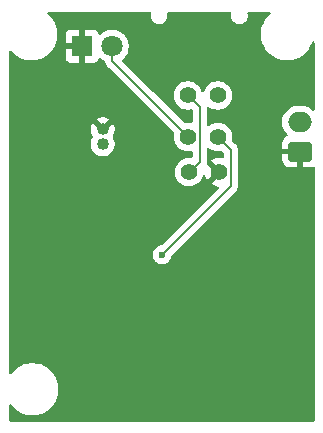
<source format=gbl>
G04 #@! TF.GenerationSoftware,KiCad,Pcbnew,9.0.2*
G04 #@! TF.CreationDate,2025-07-14T22:28:57-04:00*
G04 #@! TF.ProjectId,boitier_arme,626f6974-6965-4725-9f61-726d652e6b69,rev?*
G04 #@! TF.SameCoordinates,Original*
G04 #@! TF.FileFunction,Copper,L2,Bot*
G04 #@! TF.FilePolarity,Positive*
%FSLAX46Y46*%
G04 Gerber Fmt 4.6, Leading zero omitted, Abs format (unit mm)*
G04 Created by KiCad (PCBNEW 9.0.2) date 2025-07-14 22:28:57*
%MOMM*%
%LPD*%
G01*
G04 APERTURE LIST*
G04 Aperture macros list*
%AMRoundRect*
0 Rectangle with rounded corners*
0 $1 Rounding radius*
0 $2 $3 $4 $5 $6 $7 $8 $9 X,Y pos of 4 corners*
0 Add a 4 corners polygon primitive as box body*
4,1,4,$2,$3,$4,$5,$6,$7,$8,$9,$2,$3,0*
0 Add four circle primitives for the rounded corners*
1,1,$1+$1,$2,$3*
1,1,$1+$1,$4,$5*
1,1,$1+$1,$6,$7*
1,1,$1+$1,$8,$9*
0 Add four rect primitives between the rounded corners*
20,1,$1+$1,$2,$3,$4,$5,0*
20,1,$1+$1,$4,$5,$6,$7,0*
20,1,$1+$1,$6,$7,$8,$9,0*
20,1,$1+$1,$8,$9,$2,$3,0*%
G04 Aperture macros list end*
G04 #@! TA.AperFunction,ComponentPad*
%ADD10C,1.016000*%
G04 #@! TD*
G04 #@! TA.AperFunction,ComponentPad*
%ADD11C,1.400000*%
G04 #@! TD*
G04 #@! TA.AperFunction,ComponentPad*
%ADD12RoundRect,0.250000X0.750000X-0.600000X0.750000X0.600000X-0.750000X0.600000X-0.750000X-0.600000X0*%
G04 #@! TD*
G04 #@! TA.AperFunction,ComponentPad*
%ADD13O,2.000000X1.700000*%
G04 #@! TD*
G04 #@! TA.AperFunction,ComponentPad*
%ADD14R,1.800000X1.800000*%
G04 #@! TD*
G04 #@! TA.AperFunction,ComponentPad*
%ADD15C,1.800000*%
G04 #@! TD*
G04 #@! TA.AperFunction,ViaPad*
%ADD16C,0.600000*%
G04 #@! TD*
G04 #@! TA.AperFunction,Conductor*
%ADD17C,0.200000*%
G04 #@! TD*
G04 APERTURE END LIST*
D10*
G04 #@! TO.P,J2,1,1*
G04 #@! TO.N,Net-(J2-Pad1)*
X142490000Y-84120000D03*
G04 #@! TO.P,J2,2,2*
G04 #@! TO.N,GND*
X142490000Y-82870000D03*
G04 #@! TD*
D11*
G04 #@! TO.P,R5,1*
G04 #@! TO.N,/BAT_level*
X149780000Y-86500000D03*
G04 #@! TO.P,R5,2*
G04 #@! TO.N,GND*
X152320000Y-86500000D03*
G04 #@! TD*
G04 #@! TO.P,R4,1*
G04 #@! TO.N,/BAT+*
X152220000Y-80000000D03*
G04 #@! TO.P,R4,2*
G04 #@! TO.N,/BAT_level*
X149680000Y-80000000D03*
G04 #@! TD*
G04 #@! TO.P,R3,1*
G04 #@! TO.N,/BAT+*
X152220000Y-83500000D03*
G04 #@! TO.P,R3,2*
G04 #@! TO.N,Net-(D2-A)*
X149680000Y-83500000D03*
G04 #@! TD*
D12*
G04 #@! TO.P,J1,1,Pin_1*
G04 #@! TO.N,GND*
X159150000Y-84750000D03*
D13*
G04 #@! TO.P,J1,2,Pin_2*
G04 #@! TO.N,/Push*
X159150000Y-82250000D03*
G04 #@! TD*
D14*
G04 #@! TO.P,D2,1,K*
G04 #@! TO.N,GND*
X140740000Y-75830000D03*
D15*
G04 #@! TO.P,D2,2,A*
G04 #@! TO.N,Net-(D2-A)*
X143280000Y-75830000D03*
G04 #@! TD*
D16*
G04 #@! TO.N,/BAT+*
X147500000Y-93500000D03*
G04 #@! TD*
D17*
G04 #@! TO.N,Net-(D2-A)*
X143280000Y-77100000D02*
X143280000Y-75830000D01*
X149680000Y-83500000D02*
X143280000Y-77100000D01*
G04 #@! TO.N,/BAT+*
X153321000Y-87679000D02*
X147500000Y-93500000D01*
X152220000Y-83500000D02*
X153321000Y-84601000D01*
X153321000Y-84601000D02*
X153321000Y-87679000D01*
G04 #@! TO.N,/BAT_level*
X150681000Y-81001000D02*
X149680000Y-80000000D01*
X149780000Y-86500000D02*
X150681000Y-85599000D01*
X150681000Y-85599000D02*
X150681000Y-81001000D01*
G04 #@! TD*
G04 #@! TA.AperFunction,Conductor*
G04 #@! TO.N,GND*
G36*
X146521241Y-72930185D02*
G01*
X146566996Y-72982989D01*
X146576940Y-73052147D01*
X146575819Y-73058692D01*
X146549500Y-73191004D01*
X146549500Y-73191007D01*
X146549500Y-73328993D01*
X146549500Y-73328995D01*
X146549499Y-73328995D01*
X146576418Y-73464322D01*
X146576421Y-73464332D01*
X146629221Y-73591804D01*
X146629228Y-73591817D01*
X146705885Y-73706541D01*
X146705888Y-73706545D01*
X146803454Y-73804111D01*
X146803458Y-73804114D01*
X146918182Y-73880771D01*
X146918195Y-73880778D01*
X147045667Y-73933578D01*
X147045672Y-73933580D01*
X147045676Y-73933580D01*
X147045677Y-73933581D01*
X147181004Y-73960500D01*
X147181007Y-73960500D01*
X147318995Y-73960500D01*
X147410041Y-73942389D01*
X147454328Y-73933580D01*
X147581811Y-73880775D01*
X147696542Y-73804114D01*
X147794114Y-73706542D01*
X147870775Y-73591811D01*
X147923580Y-73464328D01*
X147932572Y-73419123D01*
X147950500Y-73328995D01*
X147950500Y-73191004D01*
X147924181Y-73058692D01*
X147930408Y-72989100D01*
X147973271Y-72933923D01*
X148039161Y-72910678D01*
X148045798Y-72910500D01*
X153254202Y-72910500D01*
X153321241Y-72930185D01*
X153366996Y-72982989D01*
X153376940Y-73052147D01*
X153375819Y-73058692D01*
X153349500Y-73191004D01*
X153349500Y-73191007D01*
X153349500Y-73328993D01*
X153349500Y-73328995D01*
X153349499Y-73328995D01*
X153376418Y-73464322D01*
X153376421Y-73464332D01*
X153429221Y-73591804D01*
X153429228Y-73591817D01*
X153505885Y-73706541D01*
X153505888Y-73706545D01*
X153603454Y-73804111D01*
X153603458Y-73804114D01*
X153718182Y-73880771D01*
X153718195Y-73880778D01*
X153845667Y-73933578D01*
X153845672Y-73933580D01*
X153845676Y-73933580D01*
X153845677Y-73933581D01*
X153981004Y-73960500D01*
X153981007Y-73960500D01*
X154118995Y-73960500D01*
X154210041Y-73942389D01*
X154254328Y-73933580D01*
X154381811Y-73880775D01*
X154496542Y-73804114D01*
X154594114Y-73706542D01*
X154670775Y-73591811D01*
X154723580Y-73464328D01*
X154732572Y-73419123D01*
X154750500Y-73328995D01*
X154750500Y-73191004D01*
X154724181Y-73058692D01*
X154730408Y-72989100D01*
X154773271Y-72933923D01*
X154839161Y-72910678D01*
X154845798Y-72910500D01*
X156588498Y-72910500D01*
X156655537Y-72930185D01*
X156701292Y-72982989D01*
X156711236Y-73052147D01*
X156682211Y-73115703D01*
X156663985Y-73132876D01*
X156625990Y-73162030D01*
X156422030Y-73365990D01*
X156422024Y-73365997D01*
X156246431Y-73594835D01*
X156246420Y-73594851D01*
X156102199Y-73844647D01*
X156102191Y-73844663D01*
X155991814Y-74111139D01*
X155991809Y-74111155D01*
X155917152Y-74389780D01*
X155917149Y-74389793D01*
X155879501Y-74675761D01*
X155879500Y-74675778D01*
X155879500Y-74964221D01*
X155879501Y-74964238D01*
X155917149Y-75250206D01*
X155917150Y-75250211D01*
X155917151Y-75250217D01*
X155984275Y-75500726D01*
X155991809Y-75528844D01*
X155991814Y-75528860D01*
X156102191Y-75795336D01*
X156102199Y-75795352D01*
X156229477Y-76015802D01*
X156246424Y-76045155D01*
X156246431Y-76045164D01*
X156422024Y-76274002D01*
X156422030Y-76274009D01*
X156625990Y-76477969D01*
X156625996Y-76477974D01*
X156854844Y-76653575D01*
X156854851Y-76653579D01*
X157104647Y-76797800D01*
X157104663Y-76797808D01*
X157371139Y-76908185D01*
X157371145Y-76908186D01*
X157371155Y-76908191D01*
X157649783Y-76982849D01*
X157935772Y-77020500D01*
X157935779Y-77020500D01*
X158224221Y-77020500D01*
X158224228Y-77020500D01*
X158510217Y-76982849D01*
X158788845Y-76908191D01*
X158788857Y-76908185D01*
X158788860Y-76908185D01*
X159055336Y-76797808D01*
X159055339Y-76797806D01*
X159055345Y-76797804D01*
X159305156Y-76653575D01*
X159534004Y-76477974D01*
X159737974Y-76274004D01*
X159913575Y-76045156D01*
X160057804Y-75795345D01*
X160115396Y-75656306D01*
X160168185Y-75528860D01*
X160168185Y-75528857D01*
X160168191Y-75528845D01*
X160175725Y-75500724D01*
X160212090Y-75441065D01*
X160274937Y-75410536D01*
X160344312Y-75418831D01*
X160398190Y-75463316D01*
X160419465Y-75529868D01*
X160419500Y-75532819D01*
X160419500Y-81160242D01*
X160399815Y-81227281D01*
X160347011Y-81273036D01*
X160277853Y-81282980D01*
X160214297Y-81253955D01*
X160207819Y-81247923D01*
X160179786Y-81219890D01*
X160007820Y-81094951D01*
X159818414Y-80998444D01*
X159818413Y-80998443D01*
X159818412Y-80998443D01*
X159616243Y-80932754D01*
X159616241Y-80932753D01*
X159616240Y-80932753D01*
X159454957Y-80907208D01*
X159406287Y-80899500D01*
X158893713Y-80899500D01*
X158845042Y-80907208D01*
X158683760Y-80932753D01*
X158481585Y-80998444D01*
X158292179Y-81094951D01*
X158120213Y-81219890D01*
X157969890Y-81370213D01*
X157844951Y-81542179D01*
X157748444Y-81731585D01*
X157682753Y-81933760D01*
X157649500Y-82143713D01*
X157649500Y-82356286D01*
X157680959Y-82554915D01*
X157682754Y-82566243D01*
X157742240Y-82749322D01*
X157748444Y-82768414D01*
X157844951Y-82957820D01*
X157969890Y-83129786D01*
X158109068Y-83268964D01*
X158142553Y-83330287D01*
X158137569Y-83399979D01*
X158095697Y-83455912D01*
X158086484Y-83462183D01*
X157931659Y-83557680D01*
X157931655Y-83557683D01*
X157807684Y-83681654D01*
X157715643Y-83830875D01*
X157715641Y-83830880D01*
X157660494Y-83997302D01*
X157660493Y-83997309D01*
X157650000Y-84100013D01*
X157650000Y-84500000D01*
X158716988Y-84500000D01*
X158684075Y-84557007D01*
X158650000Y-84684174D01*
X158650000Y-84815826D01*
X158684075Y-84942993D01*
X158716988Y-85000000D01*
X157650001Y-85000000D01*
X157650001Y-85399986D01*
X157660494Y-85502697D01*
X157715641Y-85669119D01*
X157715643Y-85669124D01*
X157807684Y-85818345D01*
X157931654Y-85942315D01*
X158080875Y-86034356D01*
X158080880Y-86034358D01*
X158247302Y-86089505D01*
X158247309Y-86089506D01*
X158350019Y-86099999D01*
X158899999Y-86099999D01*
X158900000Y-86099998D01*
X158900000Y-85183012D01*
X158957007Y-85215925D01*
X159084174Y-85250000D01*
X159215826Y-85250000D01*
X159342993Y-85215925D01*
X159400000Y-85183012D01*
X159400000Y-86099999D01*
X159949972Y-86099999D01*
X159949986Y-86099998D01*
X160052697Y-86089505D01*
X160219119Y-86034358D01*
X160219126Y-86034355D01*
X160230402Y-86027400D01*
X160297794Y-86008959D01*
X160364458Y-86029881D01*
X160409228Y-86083522D01*
X160419500Y-86132938D01*
X160419500Y-107485500D01*
X160399815Y-107552539D01*
X160347011Y-107598294D01*
X160295500Y-107609500D01*
X134654500Y-107609500D01*
X134587461Y-107589815D01*
X134541706Y-107537011D01*
X134530500Y-107485500D01*
X134530500Y-106257243D01*
X134550185Y-106190204D01*
X134602989Y-106144449D01*
X134672147Y-106134505D01*
X134735703Y-106163530D01*
X134752876Y-106181757D01*
X134862024Y-106324002D01*
X134862030Y-106324009D01*
X135065990Y-106527969D01*
X135065996Y-106527974D01*
X135294844Y-106703575D01*
X135294851Y-106703579D01*
X135544647Y-106847800D01*
X135544663Y-106847808D01*
X135811139Y-106958185D01*
X135811145Y-106958186D01*
X135811155Y-106958191D01*
X136089783Y-107032849D01*
X136375772Y-107070500D01*
X136375779Y-107070500D01*
X136664221Y-107070500D01*
X136664228Y-107070500D01*
X136950217Y-107032849D01*
X137228845Y-106958191D01*
X137228857Y-106958185D01*
X137228860Y-106958185D01*
X137495336Y-106847808D01*
X137495339Y-106847806D01*
X137495345Y-106847804D01*
X137745156Y-106703575D01*
X137974004Y-106527974D01*
X138177974Y-106324004D01*
X138353575Y-106095156D01*
X138497804Y-105845345D01*
X138608191Y-105578845D01*
X138682849Y-105300217D01*
X138720500Y-105014228D01*
X138720500Y-104725772D01*
X138682849Y-104439783D01*
X138608191Y-104161155D01*
X138608186Y-104161145D01*
X138608185Y-104161139D01*
X138497808Y-103894663D01*
X138497800Y-103894647D01*
X138353579Y-103644851D01*
X138353575Y-103644844D01*
X138177974Y-103415996D01*
X138177969Y-103415990D01*
X137974009Y-103212030D01*
X137974002Y-103212024D01*
X137745164Y-103036431D01*
X137745162Y-103036429D01*
X137745156Y-103036425D01*
X137745151Y-103036422D01*
X137745148Y-103036420D01*
X137495352Y-102892199D01*
X137495336Y-102892191D01*
X137228860Y-102781814D01*
X137228848Y-102781810D01*
X137228845Y-102781809D01*
X136950217Y-102707151D01*
X136950211Y-102707150D01*
X136950206Y-102707149D01*
X136664238Y-102669501D01*
X136664233Y-102669500D01*
X136664228Y-102669500D01*
X136375772Y-102669500D01*
X136375766Y-102669500D01*
X136375761Y-102669501D01*
X136089793Y-102707149D01*
X136089786Y-102707150D01*
X136089783Y-102707151D01*
X135811155Y-102781809D01*
X135811139Y-102781814D01*
X135544663Y-102892191D01*
X135544647Y-102892199D01*
X135294851Y-103036420D01*
X135294835Y-103036431D01*
X135065997Y-103212024D01*
X135065990Y-103212030D01*
X134862030Y-103415990D01*
X134752876Y-103558243D01*
X134696448Y-103599445D01*
X134626702Y-103603600D01*
X134565781Y-103569388D01*
X134533029Y-103507670D01*
X134530500Y-103482756D01*
X134530500Y-84020666D01*
X141481500Y-84020666D01*
X141481500Y-84219333D01*
X141520254Y-84414161D01*
X141520256Y-84414169D01*
X141596277Y-84597701D01*
X141596282Y-84597710D01*
X141706646Y-84762880D01*
X141706649Y-84762884D01*
X141847115Y-84903350D01*
X141847119Y-84903353D01*
X142012289Y-85013717D01*
X142012295Y-85013720D01*
X142012296Y-85013721D01*
X142195831Y-85089744D01*
X142390666Y-85128499D01*
X142390670Y-85128500D01*
X142390671Y-85128500D01*
X142589330Y-85128500D01*
X142589331Y-85128499D01*
X142784169Y-85089744D01*
X142967704Y-85013721D01*
X143132881Y-84903353D01*
X143273353Y-84762881D01*
X143383721Y-84597704D01*
X143459744Y-84414169D01*
X143498500Y-84219329D01*
X143498500Y-84020671D01*
X143459744Y-83825831D01*
X143383721Y-83642296D01*
X143383720Y-83642295D01*
X143383716Y-83642287D01*
X143331032Y-83563442D01*
X143310153Y-83496765D01*
X143328637Y-83429384D01*
X143331032Y-83425658D01*
X143383273Y-83347475D01*
X143383279Y-83347464D01*
X143459262Y-83164023D01*
X143459264Y-83164015D01*
X143497999Y-82969283D01*
X143498000Y-82969281D01*
X143498000Y-82770718D01*
X143497999Y-82770716D01*
X143459264Y-82575984D01*
X143459262Y-82575976D01*
X143383278Y-82392534D01*
X143383275Y-82392528D01*
X143358340Y-82355212D01*
X143358339Y-82355211D01*
X142754457Y-82959095D01*
X142720297Y-82977747D01*
X142744000Y-82920524D01*
X142744000Y-82819476D01*
X142705331Y-82726121D01*
X142633879Y-82654669D01*
X142540524Y-82616000D01*
X142439476Y-82616000D01*
X142346121Y-82654669D01*
X142274669Y-82726121D01*
X142236000Y-82819476D01*
X142236000Y-82920524D01*
X142261566Y-82982247D01*
X142225542Y-82959095D01*
X141621659Y-82355212D01*
X141621657Y-82355212D01*
X141596722Y-82392530D01*
X141520737Y-82575976D01*
X141520735Y-82575984D01*
X141482000Y-82770716D01*
X141482000Y-82969283D01*
X141520735Y-83164015D01*
X141520737Y-83164023D01*
X141596721Y-83347466D01*
X141648968Y-83425659D01*
X141669846Y-83492337D01*
X141651361Y-83559717D01*
X141648968Y-83563441D01*
X141596278Y-83642296D01*
X141520256Y-83825830D01*
X141520254Y-83825838D01*
X141481500Y-84020666D01*
X134530500Y-84020666D01*
X134530500Y-82001657D01*
X141975212Y-82001657D01*
X141975212Y-82001659D01*
X142490000Y-82516446D01*
X142490001Y-82516446D01*
X143004786Y-82001659D01*
X142967462Y-81976719D01*
X142784023Y-81900737D01*
X142784015Y-81900735D01*
X142589282Y-81862000D01*
X142390718Y-81862000D01*
X142195984Y-81900735D01*
X142195976Y-81900737D01*
X142012530Y-81976722D01*
X141975212Y-82001657D01*
X134530500Y-82001657D01*
X134530500Y-76337566D01*
X134550185Y-76270527D01*
X134602989Y-76224772D01*
X134672147Y-76214828D01*
X134735703Y-76243853D01*
X134752876Y-76262080D01*
X134762024Y-76274002D01*
X134762030Y-76274009D01*
X134965990Y-76477969D01*
X134965996Y-76477974D01*
X135194844Y-76653575D01*
X135194851Y-76653579D01*
X135444647Y-76797800D01*
X135444663Y-76797808D01*
X135711139Y-76908185D01*
X135711145Y-76908186D01*
X135711155Y-76908191D01*
X135989783Y-76982849D01*
X136275772Y-77020500D01*
X136275779Y-77020500D01*
X136564221Y-77020500D01*
X136564228Y-77020500D01*
X136850217Y-76982849D01*
X137128845Y-76908191D01*
X137128857Y-76908185D01*
X137128860Y-76908185D01*
X137395336Y-76797808D01*
X137395339Y-76797806D01*
X137395345Y-76797804D01*
X137645156Y-76653575D01*
X137874004Y-76477974D01*
X138077974Y-76274004D01*
X138253575Y-76045156D01*
X138397804Y-75795345D01*
X138455396Y-75656306D01*
X138508185Y-75528860D01*
X138508185Y-75528857D01*
X138508191Y-75528845D01*
X138582849Y-75250217D01*
X138620500Y-74964228D01*
X138620500Y-74882155D01*
X139340000Y-74882155D01*
X139340000Y-75580000D01*
X140364722Y-75580000D01*
X140320667Y-75656306D01*
X140290000Y-75770756D01*
X140290000Y-75889244D01*
X140320667Y-76003694D01*
X140364722Y-76080000D01*
X139340000Y-76080000D01*
X139340000Y-76777844D01*
X139346401Y-76837372D01*
X139346403Y-76837379D01*
X139396645Y-76972086D01*
X139396649Y-76972093D01*
X139482809Y-77087187D01*
X139482812Y-77087190D01*
X139597906Y-77173350D01*
X139597913Y-77173354D01*
X139732620Y-77223596D01*
X139732627Y-77223598D01*
X139792155Y-77229999D01*
X139792172Y-77230000D01*
X140490000Y-77230000D01*
X140490000Y-76205277D01*
X140566306Y-76249333D01*
X140680756Y-76280000D01*
X140799244Y-76280000D01*
X140913694Y-76249333D01*
X140990000Y-76205277D01*
X140990000Y-77230000D01*
X141687828Y-77230000D01*
X141687844Y-77229999D01*
X141747372Y-77223598D01*
X141747379Y-77223596D01*
X141882086Y-77173354D01*
X141882093Y-77173350D01*
X141997187Y-77087190D01*
X141997190Y-77087187D01*
X142083350Y-76972093D01*
X142083354Y-76972086D01*
X142113213Y-76892031D01*
X142155084Y-76836097D01*
X142220548Y-76811680D01*
X142288821Y-76826531D01*
X142317076Y-76847683D01*
X142367636Y-76898243D01*
X142367641Y-76898247D01*
X142521056Y-77009708D01*
X142545978Y-77027815D01*
X142611794Y-77061350D01*
X142662590Y-77109325D01*
X142679499Y-77171835D01*
X142679499Y-77179054D01*
X142679498Y-77179054D01*
X142720423Y-77331785D01*
X142749358Y-77381900D01*
X142749359Y-77381904D01*
X142749360Y-77381904D01*
X142799479Y-77468714D01*
X142799481Y-77468717D01*
X142918349Y-77587585D01*
X142918355Y-77587590D01*
X148469933Y-83139169D01*
X148503418Y-83200492D01*
X148504725Y-83246248D01*
X148479500Y-83405513D01*
X148479500Y-83594486D01*
X148509059Y-83781118D01*
X148567454Y-83960836D01*
X148597942Y-84020671D01*
X148653240Y-84129199D01*
X148764310Y-84282073D01*
X148897927Y-84415690D01*
X149050801Y-84526760D01*
X149130347Y-84567290D01*
X149219163Y-84612545D01*
X149219165Y-84612545D01*
X149219168Y-84612547D01*
X149315497Y-84643846D01*
X149398881Y-84670940D01*
X149585514Y-84700500D01*
X149585519Y-84700500D01*
X149774485Y-84700500D01*
X149853025Y-84688060D01*
X149937104Y-84674743D01*
X150006395Y-84683697D01*
X150059847Y-84728693D01*
X150080487Y-84795444D01*
X150080500Y-84797216D01*
X150080500Y-85186944D01*
X150060815Y-85253983D01*
X150008011Y-85299738D01*
X149938853Y-85309682D01*
X149937103Y-85309417D01*
X149874488Y-85299500D01*
X149874481Y-85299500D01*
X149685519Y-85299500D01*
X149685514Y-85299500D01*
X149498881Y-85329059D01*
X149319163Y-85387454D01*
X149150800Y-85473240D01*
X149110257Y-85502697D01*
X148997927Y-85584310D01*
X148997925Y-85584312D01*
X148997924Y-85584312D01*
X148864312Y-85717924D01*
X148864312Y-85717925D01*
X148864310Y-85717927D01*
X148822552Y-85775402D01*
X148753240Y-85870800D01*
X148667454Y-86039163D01*
X148609059Y-86218881D01*
X148579500Y-86405513D01*
X148579500Y-86594486D01*
X148609059Y-86781118D01*
X148667454Y-86960836D01*
X148753104Y-87128933D01*
X148753240Y-87129199D01*
X148864310Y-87282073D01*
X148997927Y-87415690D01*
X149150801Y-87526760D01*
X149230347Y-87567290D01*
X149319163Y-87612545D01*
X149319165Y-87612545D01*
X149319168Y-87612547D01*
X149415497Y-87643846D01*
X149498881Y-87670940D01*
X149685514Y-87700500D01*
X149685519Y-87700500D01*
X149874486Y-87700500D01*
X150061118Y-87670940D01*
X150062623Y-87670451D01*
X150240832Y-87612547D01*
X150409199Y-87526760D01*
X150562073Y-87415690D01*
X150695690Y-87282073D01*
X150806760Y-87129199D01*
X150892547Y-86960832D01*
X150932332Y-86838385D01*
X150971768Y-86780713D01*
X151036127Y-86753514D01*
X151104973Y-86765429D01*
X151156449Y-86812673D01*
X151168193Y-86838388D01*
X151207914Y-86960637D01*
X151293666Y-87128933D01*
X151312116Y-87154328D01*
X151966446Y-86500000D01*
X151966446Y-86499999D01*
X151303172Y-85836725D01*
X151269687Y-85775402D01*
X151271077Y-85716952D01*
X151281500Y-85678057D01*
X151281500Y-84545402D01*
X151301185Y-84478363D01*
X151353989Y-84432608D01*
X151423147Y-84422664D01*
X151478386Y-84445085D01*
X151590796Y-84526757D01*
X151590798Y-84526758D01*
X151590801Y-84526760D01*
X151650164Y-84557007D01*
X151759163Y-84612545D01*
X151759165Y-84612545D01*
X151759168Y-84612547D01*
X151855497Y-84643846D01*
X151938881Y-84670940D01*
X152125514Y-84700500D01*
X152125519Y-84700500D01*
X152314486Y-84700500D01*
X152431017Y-84682042D01*
X152473753Y-84675274D01*
X152479177Y-84675975D01*
X152484304Y-84674063D01*
X152513454Y-84680404D01*
X152543045Y-84684228D01*
X152548650Y-84688060D01*
X152552577Y-84688915D01*
X152580831Y-84710066D01*
X152684181Y-84813416D01*
X152717666Y-84874739D01*
X152720500Y-84901097D01*
X152720500Y-85203289D01*
X152700815Y-85270328D01*
X152648011Y-85316083D01*
X152578853Y-85326027D01*
X152577102Y-85325762D01*
X152414447Y-85300000D01*
X152225553Y-85300000D01*
X152038997Y-85329548D01*
X151859362Y-85387914D01*
X151691060Y-85473669D01*
X151665670Y-85492116D01*
X151665669Y-85492116D01*
X152323553Y-86150000D01*
X152273922Y-86150000D01*
X152184905Y-86173852D01*
X152105095Y-86219930D01*
X152039930Y-86285095D01*
X151993852Y-86364905D01*
X151970000Y-86453922D01*
X151970000Y-86546078D01*
X151993852Y-86635095D01*
X152039930Y-86714905D01*
X152105095Y-86780070D01*
X152184905Y-86826148D01*
X152273922Y-86850000D01*
X152323552Y-86850000D01*
X151665669Y-87507882D01*
X151665670Y-87507883D01*
X151691059Y-87526329D01*
X151859362Y-87612085D01*
X152038997Y-87670451D01*
X152179604Y-87692722D01*
X152242739Y-87722651D01*
X152279670Y-87781963D01*
X152278672Y-87851825D01*
X152247887Y-87902876D01*
X147485339Y-92665425D01*
X147424016Y-92698910D01*
X147421850Y-92699361D01*
X147266508Y-92730261D01*
X147266498Y-92730264D01*
X147120827Y-92790602D01*
X147120814Y-92790609D01*
X146989711Y-92878210D01*
X146989707Y-92878213D01*
X146878213Y-92989707D01*
X146878210Y-92989711D01*
X146790609Y-93120814D01*
X146790602Y-93120827D01*
X146730264Y-93266498D01*
X146730261Y-93266510D01*
X146699500Y-93421153D01*
X146699500Y-93578846D01*
X146730261Y-93733489D01*
X146730264Y-93733501D01*
X146790602Y-93879172D01*
X146790609Y-93879185D01*
X146878210Y-94010288D01*
X146878213Y-94010292D01*
X146989707Y-94121786D01*
X146989711Y-94121789D01*
X147120814Y-94209390D01*
X147120827Y-94209397D01*
X147266498Y-94269735D01*
X147266503Y-94269737D01*
X147421153Y-94300499D01*
X147421156Y-94300500D01*
X147421158Y-94300500D01*
X147578844Y-94300500D01*
X147578845Y-94300499D01*
X147733497Y-94269737D01*
X147879179Y-94209394D01*
X148010289Y-94121789D01*
X148121789Y-94010289D01*
X148209394Y-93879179D01*
X148269737Y-93733497D01*
X148289113Y-93636085D01*
X148300638Y-93578150D01*
X148333023Y-93516239D01*
X148334518Y-93514716D01*
X153689713Y-88159521D01*
X153689716Y-88159520D01*
X153801520Y-88047716D01*
X153851639Y-87960904D01*
X153880577Y-87910785D01*
X153921500Y-87758057D01*
X153921500Y-87599943D01*
X153921500Y-84521943D01*
X153880577Y-84369216D01*
X153880577Y-84369215D01*
X153831421Y-84284075D01*
X153830265Y-84282072D01*
X153830264Y-84282071D01*
X153801521Y-84232286D01*
X153801520Y-84232284D01*
X153689716Y-84120480D01*
X153689715Y-84120479D01*
X153685385Y-84116149D01*
X153685374Y-84116139D01*
X153430066Y-83860831D01*
X153396581Y-83799508D01*
X153395274Y-83753752D01*
X153420500Y-83594486D01*
X153420500Y-83405513D01*
X153390940Y-83218881D01*
X153332545Y-83039163D01*
X153246759Y-82870800D01*
X153246178Y-82870000D01*
X153135690Y-82717927D01*
X153002073Y-82584310D01*
X152849199Y-82473240D01*
X152812610Y-82454597D01*
X152680836Y-82387454D01*
X152501118Y-82329059D01*
X152314486Y-82299500D01*
X152314481Y-82299500D01*
X152125519Y-82299500D01*
X152125514Y-82299500D01*
X151938881Y-82329059D01*
X151759163Y-82387454D01*
X151590800Y-82473240D01*
X151478386Y-82554915D01*
X151412579Y-82578395D01*
X151344526Y-82562570D01*
X151295831Y-82512464D01*
X151281500Y-82454597D01*
X151281500Y-81090057D01*
X151281500Y-81080060D01*
X151281501Y-81080058D01*
X151281501Y-81045400D01*
X151301187Y-80978361D01*
X151353992Y-80932607D01*
X151391663Y-80927192D01*
X151423148Y-80922665D01*
X151423150Y-80922666D01*
X151423151Y-80922666D01*
X151423155Y-80922667D01*
X151478383Y-80945083D01*
X151590801Y-81026760D01*
X151670347Y-81067290D01*
X151759163Y-81112545D01*
X151759165Y-81112545D01*
X151759168Y-81112547D01*
X151855497Y-81143846D01*
X151938881Y-81170940D01*
X152125514Y-81200500D01*
X152125519Y-81200500D01*
X152314486Y-81200500D01*
X152501118Y-81170940D01*
X152531753Y-81160986D01*
X152680832Y-81112547D01*
X152849199Y-81026760D01*
X153002073Y-80915690D01*
X153135690Y-80782073D01*
X153246760Y-80629199D01*
X153332547Y-80460832D01*
X153390940Y-80281118D01*
X153420500Y-80094486D01*
X153420500Y-79905513D01*
X153390940Y-79718881D01*
X153332545Y-79539163D01*
X153246759Y-79370800D01*
X153135690Y-79217927D01*
X153002073Y-79084310D01*
X152849199Y-78973240D01*
X152680836Y-78887454D01*
X152501118Y-78829059D01*
X152314486Y-78799500D01*
X152314481Y-78799500D01*
X152125519Y-78799500D01*
X152125514Y-78799500D01*
X151938881Y-78829059D01*
X151759163Y-78887454D01*
X151590800Y-78973240D01*
X151503579Y-79036610D01*
X151437927Y-79084310D01*
X151437925Y-79084312D01*
X151437924Y-79084312D01*
X151304312Y-79217924D01*
X151304312Y-79217925D01*
X151304310Y-79217927D01*
X151256610Y-79283579D01*
X151193240Y-79370800D01*
X151107454Y-79539163D01*
X151067931Y-79660803D01*
X151028493Y-79718478D01*
X150964134Y-79745676D01*
X150895288Y-79733761D01*
X150843812Y-79686516D01*
X150832069Y-79660803D01*
X150792545Y-79539163D01*
X150706759Y-79370800D01*
X150595690Y-79217927D01*
X150462073Y-79084310D01*
X150309199Y-78973240D01*
X150140836Y-78887454D01*
X149961118Y-78829059D01*
X149774486Y-78799500D01*
X149774481Y-78799500D01*
X149585519Y-78799500D01*
X149585514Y-78799500D01*
X149398881Y-78829059D01*
X149219163Y-78887454D01*
X149050800Y-78973240D01*
X148963579Y-79036610D01*
X148897927Y-79084310D01*
X148897925Y-79084312D01*
X148897924Y-79084312D01*
X148764312Y-79217924D01*
X148764312Y-79217925D01*
X148764310Y-79217927D01*
X148716610Y-79283579D01*
X148653240Y-79370800D01*
X148567454Y-79539163D01*
X148509059Y-79718881D01*
X148479500Y-79905513D01*
X148479500Y-80094486D01*
X148509059Y-80281118D01*
X148567454Y-80460836D01*
X148653240Y-80629199D01*
X148764310Y-80782073D01*
X148897927Y-80915690D01*
X149050801Y-81026760D01*
X149130347Y-81067290D01*
X149219163Y-81112545D01*
X149219165Y-81112545D01*
X149219168Y-81112547D01*
X149315497Y-81143846D01*
X149398881Y-81170940D01*
X149585514Y-81200500D01*
X149585519Y-81200500D01*
X149774485Y-81200500D01*
X149855808Y-81187619D01*
X149933752Y-81175274D01*
X149939176Y-81175975D01*
X149944303Y-81174063D01*
X149973453Y-81180404D01*
X150003044Y-81184228D01*
X150008649Y-81188060D01*
X150012576Y-81188915D01*
X150040830Y-81210066D01*
X150044181Y-81213417D01*
X150077666Y-81274740D01*
X150080500Y-81301098D01*
X150080500Y-82202783D01*
X150060815Y-82269822D01*
X150008011Y-82315577D01*
X149938853Y-82325521D01*
X149937102Y-82325256D01*
X149774486Y-82299500D01*
X149774481Y-82299500D01*
X149585519Y-82299500D01*
X149585514Y-82299500D01*
X149426248Y-82324725D01*
X149356954Y-82315770D01*
X149319169Y-82289933D01*
X146747714Y-79718478D01*
X144141604Y-77112369D01*
X144108120Y-77051047D01*
X144113104Y-76981355D01*
X144154976Y-76925422D01*
X144156402Y-76924370D01*
X144192365Y-76898242D01*
X144348242Y-76742365D01*
X144477815Y-76564022D01*
X144577895Y-76367606D01*
X144646015Y-76157951D01*
X144680500Y-75940222D01*
X144680500Y-75719778D01*
X144646015Y-75502049D01*
X144611955Y-75397221D01*
X144577896Y-75292396D01*
X144577895Y-75292393D01*
X144543237Y-75224375D01*
X144477815Y-75095978D01*
X144382089Y-74964221D01*
X144348247Y-74917641D01*
X144348243Y-74917636D01*
X144192363Y-74761756D01*
X144192358Y-74761752D01*
X144014025Y-74632187D01*
X144014024Y-74632186D01*
X144014022Y-74632185D01*
X143951096Y-74600122D01*
X143817606Y-74532104D01*
X143817603Y-74532103D01*
X143607952Y-74463985D01*
X143499086Y-74446742D01*
X143390222Y-74429500D01*
X143169778Y-74429500D01*
X143097201Y-74440995D01*
X142952047Y-74463985D01*
X142742396Y-74532103D01*
X142742393Y-74532104D01*
X142545974Y-74632187D01*
X142367641Y-74761752D01*
X142367636Y-74761756D01*
X142317075Y-74812317D01*
X142255752Y-74845801D01*
X142186060Y-74840816D01*
X142130127Y-74798945D01*
X142113213Y-74767968D01*
X142083354Y-74687913D01*
X142083350Y-74687906D01*
X141997190Y-74572812D01*
X141997187Y-74572809D01*
X141882093Y-74486649D01*
X141882086Y-74486645D01*
X141747379Y-74436403D01*
X141747372Y-74436401D01*
X141687844Y-74430000D01*
X140990000Y-74430000D01*
X140990000Y-75454722D01*
X140913694Y-75410667D01*
X140799244Y-75380000D01*
X140680756Y-75380000D01*
X140566306Y-75410667D01*
X140490000Y-75454722D01*
X140490000Y-74430000D01*
X139792155Y-74430000D01*
X139732627Y-74436401D01*
X139732620Y-74436403D01*
X139597913Y-74486645D01*
X139597906Y-74486649D01*
X139482812Y-74572809D01*
X139482809Y-74572812D01*
X139396649Y-74687906D01*
X139396645Y-74687913D01*
X139346403Y-74822620D01*
X139346401Y-74822627D01*
X139340000Y-74882155D01*
X138620500Y-74882155D01*
X138620500Y-74675772D01*
X138582849Y-74389783D01*
X138508191Y-74111155D01*
X138508186Y-74111145D01*
X138508185Y-74111139D01*
X138397808Y-73844663D01*
X138397800Y-73844647D01*
X138253579Y-73594851D01*
X138253575Y-73594844D01*
X138153422Y-73464322D01*
X138077975Y-73365997D01*
X138077969Y-73365990D01*
X137874009Y-73162030D01*
X137836015Y-73132876D01*
X137794813Y-73076448D01*
X137790658Y-73006702D01*
X137824871Y-72945781D01*
X137886588Y-72913029D01*
X137911502Y-72910500D01*
X146454202Y-72910500D01*
X146521241Y-72930185D01*
G37*
G04 #@! TD.AperFunction*
G04 #@! TD*
M02*

</source>
